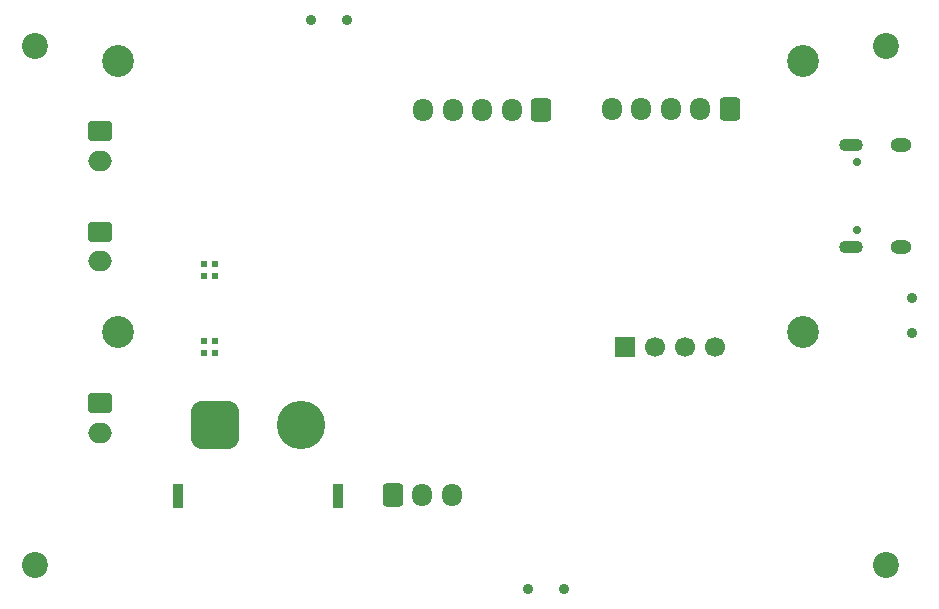
<source format=gbr>
%TF.GenerationSoftware,KiCad,Pcbnew,9.0.2*%
%TF.CreationDate,2025-12-01T22:51:16-05:00*%
%TF.ProjectId,VolleyBot,566f6c6c-6579-4426-9f74-2e6b69636164,rev?*%
%TF.SameCoordinates,Original*%
%TF.FileFunction,Soldermask,Bot*%
%TF.FilePolarity,Negative*%
%FSLAX46Y46*%
G04 Gerber Fmt 4.6, Leading zero omitted, Abs format (unit mm)*
G04 Created by KiCad (PCBNEW 9.0.2) date 2025-12-01 22:51:16*
%MOMM*%
%LPD*%
G01*
G04 APERTURE LIST*
G04 Aperture macros list*
%AMRoundRect*
0 Rectangle with rounded corners*
0 $1 Rounding radius*
0 $2 $3 $4 $5 $6 $7 $8 $9 X,Y pos of 4 corners*
0 Add a 4 corners polygon primitive as box body*
4,1,4,$2,$3,$4,$5,$6,$7,$8,$9,$2,$3,0*
0 Add four circle primitives for the rounded corners*
1,1,$1+$1,$2,$3*
1,1,$1+$1,$4,$5*
1,1,$1+$1,$6,$7*
1,1,$1+$1,$8,$9*
0 Add four rect primitives between the rounded corners*
20,1,$1+$1,$2,$3,$4,$5,0*
20,1,$1+$1,$4,$5,$6,$7,0*
20,1,$1+$1,$6,$7,$8,$9,0*
20,1,$1+$1,$8,$9,$2,$3,0*%
G04 Aperture macros list end*
%ADD10RoundRect,0.250000X0.600000X0.725000X-0.600000X0.725000X-0.600000X-0.725000X0.600000X-0.725000X0*%
%ADD11O,1.700000X1.950000*%
%ADD12RoundRect,0.250000X-0.600000X-0.725000X0.600000X-0.725000X0.600000X0.725000X-0.600000X0.725000X0*%
%ADD13R,1.700000X1.700000*%
%ADD14C,1.700000*%
%ADD15C,0.900000*%
%ADD16C,2.200000*%
%ADD17R,0.900000X2.000000*%
%ADD18RoundRect,1.025000X1.025000X1.025000X-1.025000X1.025000X-1.025000X-1.025000X1.025000X-1.025000X0*%
%ADD19C,4.100000*%
%ADD20RoundRect,0.250000X-0.750000X0.600000X-0.750000X-0.600000X0.750000X-0.600000X0.750000X0.600000X0*%
%ADD21O,2.000000X1.700000*%
%ADD22C,2.700000*%
%ADD23C,0.610000*%
%ADD24C,0.700000*%
%ADD25O,2.000000X1.100000*%
%ADD26O,1.800000X1.200000*%
G04 APERTURE END LIST*
D10*
%TO.C,J8*%
X120350000Y-73650000D03*
D11*
X117850000Y-73650000D03*
X115350000Y-73650000D03*
X112850000Y-73650000D03*
X110350000Y-73650000D03*
%TD*%
D12*
%TO.C,J4*%
X107750000Y-106305000D03*
D11*
X110250000Y-106305000D03*
X112750000Y-106305000D03*
%TD*%
D13*
%TO.C,J1*%
X127460000Y-93750000D03*
D14*
X130000000Y-93750000D03*
X132540000Y-93750000D03*
X135080000Y-93750000D03*
%TD*%
D15*
%TO.C,SW2*%
X151710000Y-92600000D03*
X151710000Y-89600000D03*
%TD*%
D16*
%TO.C,H2*%
X77500000Y-112250000D03*
%TD*%
D17*
%TO.C,J3*%
X103100000Y-106350000D03*
X89600000Y-106350000D03*
D18*
X92750000Y-100350000D03*
D19*
X99950000Y-100350000D03*
%TD*%
D16*
%TO.C,H3*%
X149500000Y-112250000D03*
%TD*%
D20*
%TO.C,J7*%
X82945000Y-98500000D03*
D21*
X82945000Y-101000000D03*
%TD*%
D16*
%TO.C,H4*%
X77500000Y-68250000D03*
%TD*%
D22*
%TO.C,H5*%
X84500000Y-69500000D03*
%TD*%
D10*
%TO.C,J2*%
X136300000Y-73645000D03*
D11*
X133800000Y-73645000D03*
X131300000Y-73645000D03*
X128800000Y-73645000D03*
X126300000Y-73645000D03*
%TD*%
D23*
%TO.C,U2*%
X91750000Y-86750000D03*
X91750000Y-87750000D03*
X92750000Y-86750000D03*
X92750000Y-87750000D03*
%TD*%
D22*
%TO.C,H8*%
X84500000Y-92500000D03*
%TD*%
D15*
%TO.C,SW3*%
X119250000Y-114260000D03*
X122250000Y-114260000D03*
%TD*%
D23*
%TO.C,U3*%
X91750000Y-93250000D03*
X91750000Y-94250000D03*
X92750000Y-93250000D03*
X92750000Y-94250000D03*
%TD*%
D20*
%TO.C,J6*%
X82945000Y-84000000D03*
D21*
X82945000Y-86500000D03*
%TD*%
D20*
%TO.C,J5*%
X82945000Y-75500000D03*
D21*
X82945000Y-78000000D03*
%TD*%
D16*
%TO.C,H1*%
X149500000Y-68250000D03*
%TD*%
D24*
%TO.C,USB2*%
X147080000Y-83890000D03*
X147080000Y-78110000D03*
D25*
X146550000Y-85320000D03*
D26*
X150760000Y-85320000D03*
D25*
X146550000Y-76680000D03*
D26*
X150760000Y-76680000D03*
%TD*%
D22*
%TO.C,H6*%
X142500000Y-69500000D03*
%TD*%
D15*
%TO.C,SW1*%
X103850000Y-66050000D03*
X100850000Y-66050000D03*
%TD*%
D22*
%TO.C,H7*%
X142500000Y-92500000D03*
%TD*%
M02*

</source>
